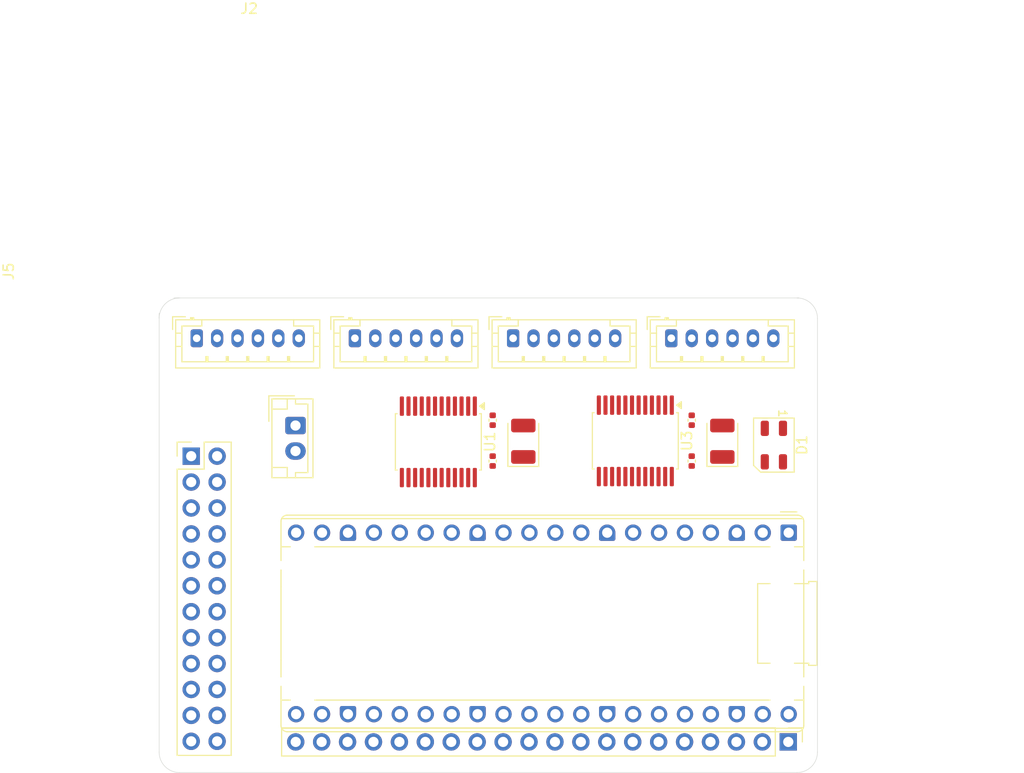
<source format=kicad_pcb>
(kicad_pcb (version 20241229) (generator "pcbnew") (generator_version "9.0")
  (layers (0 "F.Cu" signal) (4 "In1.Cu" signal) (6 "In2.Cu" signal) (2 "B.Cu" signal) (13 "F.Paste" user) (15 "B.Paste" user) (5 "F.SilkS" user "F.Silkscreen") (7 "B.SilkS" user "B.Silkscreen") (1 "F.Mask" user) (3 "B.Mask" user) (25 "Edge.Cuts" user))
  (net 0 "")
  (net 2 "GND")
  (net 9 "VCC")
  (net 35 "VM")
  (net 36 "AIN1")
  (net 37 "A02")
  (net 38 "A01")
  (net 39 "AIN2")
  (net 40 "B02")
  (net 41 "BIN1")
  (net 42 "BIN2")
  (net 43 "B01")
  (net 44 "C02")
  (net 45 "CIN1")
  (net 46 "C01")
  (net 47 "CIN2")
  (net 48 "DIN2")
  (net 49 "DIN1")
  (net 50 "D02")
  (net 51 "D01")
  (net 52 "PWMB")
  (net 54 "PWMA")
  (net 55 "PWMC")
  (net 57 "PWMD")
  (net 58 "AENC1")
  (net 59 "AENC2")
  (net 60 "BENC1")
  (net 61 "BENC2")
  (net 62 "CENC1")
  (net 63 "CENC2")
  (net 64 "DENC2")
  (net 65 "DENC1")
  (footprint "Connector_JST:JST_EH_B2B-EH-A_1x02_P2.50mm_Vertical" (layer "F.Cu") (at 121.18 81 -90)
    (property "Reference" "J5" (at -15.1 28.105 90) (layer "F.SilkS"))
    (property "Value" "Conn_01x02_Socket" (hide yes))
    (fp_line (start -2.91 2.61) (end -0.41 2.61) (stroke (width 0.12)) (layer "F.SilkS"))
    (fp_line (start -2.61 2.31) (end 5.11 2.31) (stroke (width 0.12)) (layer "F.SilkS"))
    (fp_line (start 5.11 2.31) (end 5.11 -1.71) (stroke (width 0.12)) (layer "F.SilkS"))
    (fp_line (start -2.61 0.81) (end -1.61 0.81) (stroke (width 0.12)) (layer "F.SilkS"))
    (fp_line (start -1.61 0.81) (end -1.61 2.31) (stroke (width 0.12)) (layer "F.SilkS"))
    (fp_line (start 4.11 0.81) (end 4.11 2.31) (stroke (width 0.12)) (layer "F.SilkS"))
    (fp_line (start 5.11 0.81) (end 4.11 0.81) (stroke (width 0.12)) (layer "F.SilkS"))
    (fp_line (start -2.91 0.11) (end -2.91 2.61) (stroke (width 0.12)) (layer "F.SilkS"))
    (fp_line (start -2.61 0) (end -2.11 0) (stroke (width 0.12)) (layer "F.SilkS"))
    (fp_line (start -2.11 0) (end -2.11 -1.21) (stroke (width 0.12)) (layer "F.SilkS"))
    (fp_line (start 4.61 0) (end 5.11 0) (stroke (width 0.12)) (layer "F.SilkS"))
    (fp_line (start -2.11 -1.21) (end 4.61 -1.21) (stroke (width 0.12)) (layer "F.SilkS"))
    (fp_line (start 4.61 -1.21) (end 4.61 0) (stroke (width 0.12)) (layer "F.SilkS"))
    (fp_line (start -2.61 -1.71) (end -2.61 2.31) (stroke (width 0.12)) (layer "F.SilkS"))
    (fp_line (start 5.11 -1.71) (end -2.61 -1.71) (stroke (width 0.12)) (layer "F.SilkS"))
    (pad "1" thru_hole roundrect (at 0 0 270) (size 1.7 2) (drill 1) (layers "*.Cu" "*.Mask") (roundrect_rratio 0.147059) (net 35 "VM"))
    (pad "2" thru_hole oval (at 2.5 0 270) (size 1.7 2) (drill 1) (layers "*.Cu" "*.Mask") (net 2 "GND"))
  )
  (footprint "Connector_JST:JST_PH_B6B-PH-K_1x06_P2.00mm_Vertical" (layer "F.Cu") (at 127 72.45)
    (property "Reference" "J2" (at -10.355 -32.295 0) (layer "F.SilkS"))
    (property "Value" "PH 2.0 6P MotorB" (hide yes))
    (fp_line (start -2.36 -2.11) (end -2.36 -0.86) (stroke (width 0.12)) (layer "F.SilkS"))
    (fp_line (start -2.06 -1.81) (end -2.06 2.91) (stroke (width 0.12)) (layer "F.SilkS"))
    (fp_line (start -2.06 -0.5) (end -1.45 -0.5) (stroke (width 0.12)) (layer "F.SilkS"))
    (fp_line (start -2.06 0.8) (end -1.45 0.8) (stroke (width 0.12)) (layer "F.SilkS"))
    (fp_line (start -2.06 2.91) (end 12.06 2.91) (stroke (width 0.12)) (layer "F.SilkS"))
    (fp_line (start -1.45 -1.2) (end -1.45 2.3) (stroke (width 0.12)) (layer "F.SilkS"))
    (fp_line (start -1.45 2.3) (end 11.45 2.3) (stroke (width 0.12)) (layer "F.SilkS"))
    (fp_line (start -1.11 -2.11) (end -2.36 -2.11) (stroke (width 0.12)) (layer "F.SilkS"))
    (fp_line (start -0.6 -2.01) (end -0.6 -1.81) (stroke (width 0.12)) (layer "F.SilkS"))
    (fp_line (start -0.3 -2.01) (end -0.6 -2.01) (stroke (width 0.12)) (layer "F.SilkS"))
    (fp_line (start -0.3 -1.91) (end -0.6 -1.91) (stroke (width 0.12)) (layer "F.SilkS"))
    (fp_line (start -0.3 -1.81) (end -0.3 -2.01) (stroke (width 0.12)) (layer "F.SilkS"))
    (fp_line (start 0.5 -1.81) (end 0.5 -1.2) (stroke (width 0.12)) (layer "F.SilkS"))
    (fp_line (start 0.5 -1.2) (end -1.45 -1.2) (stroke (width 0.12)) (layer "F.SilkS"))
    (fp_line (start 0.9 1.8) (end 1.1 1.8) (stroke (width 0.12)) (layer "F.SilkS"))
    (fp_line (start 0.9 2.3) (end 0.9 1.8) (stroke (width 0.12)) (layer "F.SilkS"))
    (fp_line (start 1 2.3) (end 1 1.8) (stroke (width 0.12)) (layer "F.SilkS"))
    (fp_line (start 1.1 1.8) (end 1.1 2.3) (stroke (width 0.12)) (layer "F.SilkS"))
    (fp_line (start 2.9 1.8) (end 3.1 1.8) (stroke (width 0.12)) (layer "F.SilkS"))
    (fp_line (start 2.9 2.3) (end 2.9 1.8) (stroke (width 0.12)) (layer "F.SilkS"))
    (fp_line (start 3 2.3) (end 3 1.8) (stroke (width 0.12)) (layer "F.SilkS"))
    (fp_line (start 3.1 1.8) (end 3.1 2.3) (stroke (width 0.12)) (layer "F.SilkS"))
    (fp_line (start 4.9 1.8) (end 5.1 1.8) (stroke (width 0.12)) (layer "F.SilkS"))
    (fp_line (start 4.9 2.3) (end 4.9 1.8) (stroke (width 0.12)) (layer "F.SilkS"))
    (fp_line (start 5 2.3) (end 5 1.8) (stroke (width 0.12)) (layer "F.SilkS"))
    (fp_line (start 5.1 1.8) (end 5.1 2.3) (stroke (width 0.12)) (layer "F.SilkS"))
    (fp_line (start 6.9 1.8) (end 7.1 1.8) (stroke (width 0.12)) (layer "F.SilkS"))
    (fp_line (start 6.9 2.3) (end 6.9 1.8) (stroke (width 0.12)) (layer "F.SilkS"))
    (fp_line (start 7 2.3) (end 7 1.8) (stroke (width 0.12)) (layer "F.SilkS"))
    (fp_line (start 7.1 1.8) (end 7.1 2.3) (stroke (width 0.12)) (layer "F.SilkS"))
    (fp_line (start 8.9 1.8) (end 9.1 1.8) (stroke (width 0.12)) (layer "F.SilkS"))
    (fp_line (start 8.9 2.3) (end 8.9 1.8) (stroke (width 0.12)) (layer "F.SilkS"))
    (fp_line (start 9 2.3) (end 9 1.8) (stroke (width 0.12)) (layer "F.SilkS"))
    (fp_line (start 9.1 1.8) (end 9.1 2.3) (stroke (width 0.12)) (layer "F.SilkS"))
    (fp_line (start 9.5 -1.2) (end 9.5 -1.81) (stroke (width 0.12)) (layer "F.SilkS"))
    (fp_line (start 11.45 -1.2) (end 9.5 -1.2) (stroke (width 0.12)) (layer "F.SilkS"))
    (fp_line (start 11.45 2.3) (end 11.45 -1.2) (stroke (width 0.12)) (layer "F.SilkS"))
    (fp_line (start 12.06 -1.81) (end -2.06 -1.81) (stroke (width 0.12)) (layer "F.SilkS"))
    (fp_line (start 12.06 -0.5) (end 11.45 -0.5) (stroke (width 0.12)) (layer "F.SilkS"))
    (fp_line (start 12.06 0.8) (end 11.45 0.8) (stroke (width 0.12)) (layer "F.SilkS"))
    (fp_line (start 12.06 2.91) (end 12.06 -1.81) (stroke (width 0.12)) (layer "F.SilkS"))
    (pad "1" thru_hole roundrect (at 0 0) (size 1.2 1.75) (drill 0.75) (layers "*.Cu" "*.Mask") (roundrect_rratio 0.208333) (net 43 "B01"))
    (pad "2" thru_hole oval (at 2 0) (size 1.2 1.75) (drill 0.75) (layers "*.Cu" "*.Mask") (net 2 "GND"))
    (pad "3" thru_hole oval (at 4 0) (size 1.2 1.75) (drill 0.75) (layers "*.Cu" "*.Mask") (net 9 "VCC"))
    (pad "4" thru_hole oval (at 6 0) (size 1.2 1.75) (drill 0.75) (layers "*.Cu" "*.Mask") (net 60 "BENC1"))
    (pad "5" thru_hole oval (at 8 0) (size 1.2 1.75) (drill 0.75) (layers "*.Cu" "*.Mask") (net 61 "BENC2"))
    (pad "6" thru_hole oval (at 10 0) (size 1.2 1.75) (drill 0.75) (layers "*.Cu" "*.Mask") (net 40 "B02"))
  )
  (footprint "Package_SO:SSOP-24_5.3x8.2mm_P0.65mm" (layer "F.Cu") (at 154.475 82.5 -90)
    (property "Reference" "U3" (at 0 -5.05 270) (layer "F.SilkS"))
    (property "Value" "TB6612FNG")
    (fp_line (start -2.76 4.21) (end -2.76 4.035) (stroke (width 0.12)) (layer "F.SilkS"))
    (fp_line (start 2.76 4.21) (end -2.76 4.21) (stroke (width 0.12)) (layer "F.SilkS"))
    (fp_line (start 2.76 4.035) (end 2.76 4.21) (stroke (width 0.12)) (layer "F.SilkS"))
    (fp_line (start -2.76 -4.035) (end -2.76 -4.21) (stroke (width 0.12)) (layer "F.SilkS"))
    (fp_line (start -2.76 -4.21) (end 2.76 -4.21) (stroke (width 0.12)) (layer "F.SilkS"))
    (fp_line (start 2.76 -4.21) (end 2.76 -4.035) (stroke (width 0.12)) (layer "F.SilkS"))
    (fp_poly (pts (xy -3.5 -4.04) (xy -3.84 -4.51) (xy -3.16 -4.51)) (stroke (width 0.12)) (fill yes) (layer "F.SilkS"))
    (pad "1" smd roundrect (at -3.5 -3.575 270) (size 1.9 0.4) (layers "F.Cu" "F.Mask" "F.Paste") (net 46 "C01"))
    (pad "2" smd roundrect (at -3.5 -2.925 270) (size 1.9 0.4) (layers "F.Cu" "F.Mask" "F.Paste") (net 46 "C01"))
    (pad "3" smd roundrect (at -3.5 -2.275 270) (size 1.9 0.4) (layers "F.Cu" "F.Mask" "F.Paste") (net 2 "GND"))
    (pad "4" smd roundrect (at -3.5 -1.625 270) (size 1.9 0.4) (layers "F.Cu" "F.Mask" "F.Paste") (net 2 "GND"))
    (pad "5" smd roundrect (at -3.5 -0.975 270) (size 1.9 0.4) (layers "F.Cu" "F.Mask" "F.Paste") (net 44 "C02"))
    (pad "6" smd roundrect (at -3.5 -0.325 270) (size 1.9 0.4) (layers "F.Cu" "F.Mask" "F.Paste") (net 44 "C02"))
    (pad "7" smd roundrect (at -3.5 0.325 270) (size 1.9 0.4) (layers "F.Cu" "F.Mask" "F.Paste") (net 51 "D01"))
    (pad "8" smd roundrect (at -3.5 0.975 270) (size 1.9 0.4) (layers "F.Cu" "F.Mask" "F.Paste") (net 51 "D01"))
    (pad "9" smd roundrect (at -3.5 1.625 270) (size 1.9 0.4) (layers "F.Cu" "F.Mask" "F.Paste") (net 2 "GND"))
    (pad "10" smd roundrect (at -3.5 2.275 270) (size 1.9 0.4) (layers "F.Cu" "F.Mask" "F.Paste") (net 2 "GND"))
    (pad "11" smd roundrect (at -3.5 2.925 270) (size 1.9 0.4) (layers "F.Cu" "F.Mask" "F.Paste") (net 50 "D02"))
    (pad "12" smd roundrect (at -3.5 3.575 270) (size 1.9 0.4) (layers "F.Cu" "F.Mask" "F.Paste") (net 50 "D02"))
    (pad "13" smd roundrect (at 3.5 3.575 270) (size 1.9 0.4) (layers "F.Cu" "F.Mask" "F.Paste") (net 35 "VM"))
    (pad "14" smd roundrect (at 3.5 2.925 270) (size 1.9 0.4) (layers "F.Cu" "F.Mask" "F.Paste") (net 35 "VM"))
    (pad "15" smd roundrect (at 3.5 2.275 270) (size 1.9 0.4) (layers "F.Cu" "F.Mask" "F.Paste") (net 57 "PWMD"))
    (pad "16" smd roundrect (at 3.5 1.625 270) (size 1.9 0.4) (layers "F.Cu" "F.Mask" "F.Paste") (net 48 "DIN2"))
    (pad "17" smd roundrect (at 3.5 0.975 270) (size 1.9 0.4) (layers "F.Cu" "F.Mask" "F.Paste") (net 49 "DIN1"))
    (pad "18" smd roundrect (at 3.5 0.325 270) (size 1.9 0.4) (layers "F.Cu" "F.Mask" "F.Paste") (net 2 "GND"))
    (pad "19" smd roundrect (at 3.5 -0.325 270) (size 1.9 0.4) (layers "F.Cu" "F.Mask" "F.Paste"))
    (pad "20" smd roundrect (at 3.5 -0.975 270) (size 1.9 0.4) (layers "F.Cu" "F.Mask" "F.Paste") (net 9 "VCC"))
    (pad "21" smd roundrect (at 3.5 -1.625 270) (size 1.9 0.4) (layers "F.Cu" "F.Mask" "F.Paste") (net 45 "CIN1"))
    (pad "22" smd roundrect (at 3.5 -2.275 270) (size 1.9 0.4) (layers "F.Cu" "F.Mask" "F.Paste") (net 47 "CIN2"))
    (pad "23" smd roundrect (at 3.5 -2.925 270) (size 1.9 0.4) (layers "F.Cu" "F.Mask" "F.Paste") (net 55 "PWMC"))
    (pad "24" smd roundrect (at 3.5 -3.575 270) (size 1.9 0.4) (layers "F.Cu" "F.Mask" "F.Paste") (net 35 "VM"))
  )
  (footprint "Capacitor_SMD:C_0402_1005Metric" (layer "F.Cu") (at 140.5 84.48 90)
    (property "Reference" "C4" (hide yes))
    (property "Value" "0.1uF" (hide yes))
    (fp_line (start -0.107836 -0.36) (end 0.107836 -0.36) (stroke (width 0.12)) (layer "F.SilkS"))
    (fp_line (start -0.107836 0.36) (end 0.107836 0.36) (stroke (width 0.12)) (layer "F.SilkS"))
    (pad "1" smd roundrect (at -0.48 0 90) (size 0.56 0.62) (layers "F.Cu" "F.Mask" "F.Paste") (net 35 "VM"))
    (pad "2" smd roundrect (at 0.48 0 90) (size 0.56 0.62) (layers "F.Cu" "F.Mask" "F.Paste") (net 2 "GND"))
  )
  (footprint "Connector_PinHeader_2.54mm:PinHeader_2x12_P2.54mm_Vertical" (layer "F.Cu") (at 110.96 84)
    (property "Reference" "J6" (hide yes))
    (property "Value" "Conn_02x12_Top_Bottom" (hide yes))
    (fp_line (start -1.38 -1.38) (end 0 -1.38) (stroke (width 0.12)) (layer "F.SilkS"))
    (fp_line (start -1.38 0) (end -1.38 -1.38) (stroke (width 0.12)) (layer "F.SilkS"))
    (fp_line (start -1.38 1.27) (end -1.38 29.32) (stroke (width 0.12)) (layer "F.SilkS"))
    (fp_line (start -1.38 1.27) (end 1.27 1.27) (stroke (width 0.12)) (layer "F.SilkS"))
    (fp_line (start -1.38 29.32) (end 3.92 29.32) (stroke (width 0.12)) (layer "F.SilkS"))
    (fp_line (start 1.27 -1.38) (end 3.92 -1.38) (stroke (width 0.12)) (layer "F.SilkS"))
    (fp_line (start 1.27 1.27) (end 1.27 -1.38) (stroke (width 0.12)) (layer "F.SilkS"))
    (fp_line (start 3.92 -1.38) (end 3.92 29.32) (stroke (width 0.12)) (layer "F.SilkS"))
    (pad "1" thru_hole rect (at 0 0) (size 1.7 1.7) (drill 1) (layers "*.Cu" "*.Mask"))
    (pad "2" thru_hole circle (at 2.54 0) (size 1.7 1.7) (drill 1) (layers "*.Cu" "*.Mask"))
    (pad "3" thru_hole circle (at 0 2.54) (size 1.7 1.7) (drill 1) (layers "*.Cu" "*.Mask"))
    (pad "4" thru_hole circle (at 2.54 2.54) (size 1.7 1.7) (drill 1) (layers "*.Cu" "*.Mask"))
    (pad "5" thru_hole circle (at 0 5.08) (size 1.7 1.7) (drill 1) (layers "*.Cu" "*.Mask"))
    (pad "6" thru_hole circle (at 2.54 5.08) (size 1.7 1.7) (drill 1) (layers "*.Cu" "*.Mask"))
    (pad "7" thru_hole circle (at 0 7.62) (size 1.7 1.7) (drill 1) (layers "*.Cu" "*.Mask"))
    (pad "8" thru_hole circle (at 2.54 7.62) (size 1.7 1.7) (drill 1) (layers "*.Cu" "*.Mask"))
    (pad "9" thru_hole circle (at 0 10.16) (size 1.7 1.7) (drill 1) (layers "*.Cu" "*.Mask"))
    (pad "10" thru_hole circle (at 2.54 10.16) (size 1.7 1.7) (drill 1) (layers "*.Cu" "*.Mask"))
    (pad "11" thru_hole circle (at 0 12.7) (size 1.7 1.7) (drill 1) (layers "*.Cu" "*.Mask"))
    (pad "12" thru_hole circle (at 2.54 12.7) (size 1.7 1.7) (drill 1) (layers "*.Cu" "*.Mask"))
    (pad "13" thru_hole circle (at 0 15.24) (size 1.7 1.7) (drill 1) (layers "*.Cu" "*.Mask"))
    (pad "14" thru_hole circle (at 2.54 15.24) (size 1.7 1.7) (drill 1) (layers "*.Cu" "*.Mask"))
    (pad "15" thru_hole circle (at 0 17.78) (size 1.7 1.7) (drill 1) (layers "*.Cu" "*.Mask"))
    (pad "16" thru_hole circle (at 2.54 17.78) (size 1.7 1.7) (drill 1) (layers "*.Cu" "*.Mask"))
    (pad "17" thru_hole circle (at 0 20.32) (size 1.7 1.7) (drill 1) (layers "*.Cu" "*.Mask"))
    (pad "18" thru_hole circle (at 2.54 20.32) (size 1.7 1.7) (drill 1) (layers "*.Cu" "*.Mask"))
    (pad "19" thru_hole circle (at 0 22.86) (size 1.7 1.7) (drill 1) (layers "*.Cu" "*.Mask"))
    (pad "20" thru_hole circle (at 2.54 22.86) (size 1.7 1.7) (drill 1) (layers "*.Cu" "*.Mask"))
    (pad "21" thru_hole circle (at 0 25.4) (size 1.7 1.7) (drill 1) (layers "*.Cu" "*.Mask"))
    (pad "22" thru_hole circle (at 2.54 25.4) (size 1.7 1.7) (drill 1) (layers "*.Cu" "*.Mask"))
    (pad "23" thru_hole circle (at 0 27.94) (size 1.7 1.7) (drill 1) (layers "*.Cu" "*.Mask"))
    (pad "24" thru_hole circle (at 2.54 27.94) (size 1.7 1.7) (drill 1) (layers "*.Cu" "*.Mask"))
  )
  (footprint "Capacitor_Tantalum_SMD:CP_EIA-3528-12_Kemet-T" (layer "F.Cu") (at 143.5 82.54 90)
    (property "Reference" "C3" (hide yes))
    (property "Value" "10uF" (hide yes))
    (fp_line (start 1.75 -1.51) (end -2.47 -1.51) (stroke (width 0.12)) (layer "F.SilkS"))
    (fp_line (start -2.47 -1.51) (end -2.47 1.51) (stroke (width 0.12)) (layer "F.SilkS"))
    (fp_line (start -2.47 1.51) (end 1.75 1.51) (stroke (width 0.12)) (layer "F.SilkS"))
    (pad "1" smd roundrect (at -1.54 0 90) (size 1.34 2.39) (layers "F.Cu" "F.Mask" "F.Paste") (roundrect_rratio 0.186567))
    (pad "2" smd roundrect (at 1.54 0 90) (size 1.34 2.39) (layers "F.Cu" "F.Mask" "F.Paste") (roundrect_rratio 0.186567))
  )
  (footprint "LED_SMD:LED_WS2812B-Mini_PLCC4_3.5x3.5mm" (layer "F.Cu") (at 168.05 82.915 -90)
    (property "Reference" "D1" (at 0 -2.75 270) (layer "F.SilkS"))
    (property "Value" "WS2812B" (hide yes))
    (fp_line (start -2.65 1.99) (end 1.99 1.99) (stroke (width 0.12)) (layer "F.SilkS"))
    (fp_line (start 2.65 1.3) (end 1.99 1.99) (stroke (width 0.12)) (layer "F.SilkS"))
    (fp_line (start 2.65 1.3) (end 2.65 -1.99) (stroke (width 0.12)) (layer "F.SilkS"))
    (fp_line (start -2.65 -1.99) (end -2.65 1.99) (stroke (width 0.12)) (layer "F.SilkS"))
    (fp_line (start -2.65 -1.99) (end 2.65 -1.99) (stroke (width 0.12)) (layer "F.SilkS"))
    (fp_text user "1" (at -3.1 -0.85 270) (layer "F.SilkS") (effects (font (size 0.8 0.8))))
    (pad "1" smd roundrect (at -1.64 -0.89 270) (size 1.5 0.8) (layers "F.Cu" "F.Mask" "F.Paste"))
    (pad "2" smd roundrect (at -1.64 0.89 270) (size 1.5 0.8) (layers "F.Cu" "F.Mask" "F.Paste"))
    (pad "3" smd roundrect (at 1.64 0.89 270) (size 1.5 0.8) (layers "F.Cu" "F.Mask" "F.Paste"))
    (pad "4" smd roundrect (at 1.64 -0.89 270) (size 1.5 0.8) (layers "F.Cu" "F.Mask" "F.Paste"))
  )
  (footprint "Connector_JST:JST_PH_B6B-PH-K_1x06_P2.00mm_Vertical" (layer "F.Cu") (at 111.5 72.45)
    (property "Reference" "J1" (hide yes))
    (property "Value" "PH 2.0 6P MotorA" (hide yes))
    (fp_line (start -2.36 -2.11) (end -2.36 -0.86) (stroke (width 0.12)) (layer "F.SilkS"))
    (fp_line (start -2.06 -1.81) (end -2.06 2.91) (stroke (width 0.12)) (layer "F.SilkS"))
    (fp_line (start -2.06 -0.5) (end -1.45 -0.5) (stroke (width 0.12)) (layer "F.SilkS"))
    (fp_line (start -2.06 0.8) (end -1.45 0.8) (stroke (width 0.12)) (layer "F.SilkS"))
    (fp_line (start -2.06 2.91) (end 12.06 2.91) (stroke (width 0.12)) (layer "F.SilkS"))
    (fp_line (start -1.45 -1.2) (end -1.45 2.3) (stroke (width 0.12)) (layer "F.SilkS"))
    (fp_line (start -1.45 2.3) (end 11.45 2.3) (stroke (width 0.12)) (layer "F.SilkS"))
    (fp_line (start -1.11 -2.11) (end -2.36 -2.11) (stroke (width 0.12)) (layer "F.SilkS"))
    (fp_line (start -0.6 -2.01) (end -0.6 -1.81) (stroke (width 0.12)) (layer "F.SilkS"))
    (fp_line (start -0.3 -2.01) (end -0.6 -2.01) (stroke (width 0.12)) (layer "F.SilkS"))
    (fp_line (start -0.3 -1.91) (end -0.6 -1.91) (stroke (width 0.12)) (layer "F.SilkS"))
    (fp_line (start -0.3 -1.81) (end -0.3 -2.01) (stroke (width 0.12)) (layer "F.SilkS"))
    (fp_line (start 0.5 -1.81) (end 0.5 -1.2) (stroke (width 0.12)) (layer "F.SilkS"))
    (fp_line (start 0.5 -1.2) (end -1.45 -1.2) (stroke (width 0.12)) (layer "F.SilkS"))
    (fp_line (start 0.9 1.8) (end 1.1 1.8) (stroke (width 0.12)) (layer "F.SilkS"))
    (fp_line (start 0.9 2.3) (end 0.9 1.8) (stroke (width 0.12)) (layer "F.SilkS"))
    (fp_line (start 1 2.3) (end 1 1.8) (stroke (width 0.12)) (layer "F.SilkS"))
    (fp_line (start 1.1 1.8) (end 1.1 2.3) (stroke (width 0.12)) (layer "F.SilkS"))
    (fp_line (start 2.9 1.8) (end 3.1 1.8) (stroke (width 0.12)) (layer "F.SilkS"))
    (fp_line (start 2.9 2.3) (end 2.9 1.8) (stroke (width 0.12)) (layer "F.SilkS"))
    (fp_line (start 3 2.3) (end 3 1.8) (stroke (width 0.12)) (layer "F.SilkS"))
    (fp_line (start 3.1 1.8) (end 3.1 2.3) (stroke (width 0.12)) (layer "F.SilkS"))
    (fp_line (start 4.9 1.8) (end 5.1 1.8) (stroke (width 0.12)) (layer "F.SilkS"))
    (fp_line (start 4.9 2.3) (end 4.9 1.8) (stroke (width 0.12)) (layer "F.SilkS"))
    (fp_line (start 5 2.3) (end 5 1.8) (stroke (width 0.12)) (layer "F.SilkS"))
    (fp_line (start 5.1 1.8) (end 5.1 2.3) (stroke (width 0.12)) (layer "F.SilkS"))
    (fp_line (start 6.9 1.8) (end 7.1 1.8) (stroke (width 0.12)) (layer "F.SilkS"))
    (fp_line (start 6.9 2.3) (end 6.9 1.8) (stroke (width 0.12)) (layer "F.SilkS"))
    (fp_line (start 7 2.3) (end 7 1.8) (stroke (width 0.12)) (layer "F.SilkS"))
    (fp_line (start 7.1 1.8) (end 7.1 2.3) (stroke (width 0.12)) (layer "F.SilkS"))
    (fp_line (start 8.9 1.8) (end 9.1 1.8) (stroke (width 0.12)) (layer "F.SilkS"))
    (fp_line (start 8.9 2.3) (end 8.9 1.8) (stroke (width 0.12)) (layer "F.SilkS"))
    (fp_line (start 9 2.3) (end 9 1.8) (stroke (width 0.12)) (layer "F.SilkS"))
    (fp_line (start 9.1 1.8) (end 9.1 2.3) (stroke (width 0.12)) (layer "F.SilkS"))
    (fp_line (start 9.5 -1.2) (end 9.5 -1.81) (stroke (width 0.12)) (layer "F.SilkS"))
    (fp_line (start 11.45 -1.2) (end 9.5 -1.2) (stroke (width 0.12)) (layer "F.SilkS"))
    (fp_line (start 11.45 2.3) (end 11.45 -1.2) (stroke (width 0.12)) (layer "F.SilkS"))
    (fp_line (start 12.06 -1.81) (end -2.06 -1.81) (stroke (width 0.12)) (layer "F.SilkS"))
    (fp_line (start 12.06 -0.5) (end 11.45 -0.5) (stroke (width 0.12)) (layer "F.SilkS"))
    (fp_line (start 12.06 0.8) (end 11.45 0.8) (stroke (width 0.12)) (layer "F.SilkS"))
    (fp_line (start 12.06 2.91) (end 12.06 -1.81) (stroke (width 0.12)) (layer "F.SilkS"))
    (pad "1" thru_hole roundrect (at 0 0) (size 1.2 1.75) (drill 0.75) (layers "*.Cu" "*.Mask") (roundrect_rratio 0.208333) (net 38 "A01"))
    (pad "2" thru_hole oval (at 2 0) (size 1.2 1.75) (drill 0.75) (layers "*.Cu" "*.Mask") (net 2 "GND"))
    (pad "3" thru_hole oval (at 4 0) (size 1.2 1.75) (drill 0.75) (layers "*.Cu" "*.Mask") (net 9 "VCC"))
    (pad "4" thru_hole oval (at 6 0) (size 1.2 1.75) (drill 0.75) (layers "*.Cu" "*.Mask") (net 58 "AENC1"))
    (pad "5" thru_hole oval (at 8 0) (size 1.2 1.75) (drill 0.75) (layers "*.Cu" "*.Mask") (net 59 "AENC2"))
    (pad "6" thru_hole oval (at 10 0) (size 1.2 1.75) (drill 0.75) (layers "*.Cu" "*.Mask") (net 37 "A02"))
  )
  (footprint "Connector_JST:JST_PH_B6B-PH-K_1x06_P2.00mm_Vertical" (layer "F.Cu") (at 158 72.45)
    (property "Reference" "J4" (hide yes))
    (property "Value" "PH 2.0 6P MotorD" (hide yes))
    (fp_line (start -2.36 -2.11) (end -2.36 -0.86) (stroke (width 0.12)) (layer "F.SilkS"))
    (fp_line (start -2.06 -1.81) (end -2.06 2.91) (stroke (width 0.12)) (layer "F.SilkS"))
    (fp_line (start -2.06 -0.5) (end -1.45 -0.5) (stroke (width 0.12)) (layer "F.SilkS"))
    (fp_line (start -2.06 0.8) (end -1.45 0.8) (stroke (width 0.12)) (layer "F.SilkS"))
    (fp_line (start -2.06 2.91) (end 12.06 2.91) (stroke (width 0.12)) (layer "F.SilkS"))
    (fp_line (start -1.45 -1.2) (end -1.45 2.3) (stroke (width 0.12)) (layer "F.SilkS"))
    (fp_line (start -1.45 2.3) (end 11.45 2.3) (stroke (width 0.12)) (layer "F.SilkS"))
    (fp_line (start -1.11 -2.11) (end -2.36 -2.11) (stroke (width 0.12)) (layer "F.SilkS"))
    (fp_line (start -0.6 -2.01) (end -0.6 -1.81) (stroke (width 0.12)) (layer "F.SilkS"))
    (fp_line (start -0.3 -2.01) (end -0.6 -2.01) (stroke (width 0.12)) (layer "F.SilkS"))
    (fp_line (start -0.3 -1.91) (end -0.6 -1.91) (stroke (width 0.12)) (layer "F.SilkS"))
    (fp_line (start -0.3 -1.81) (end -0.3 -2.01) (stroke (width 0.12)) (layer "F.SilkS"))
    (fp_line (start 0.5 -1.81) (end 0.5 -1.2) (stroke (width 0.12)) (layer "F.SilkS"))
    (fp_line (start 0.5 -1.2) (end -1.45 -1.2) (stroke (width 0.12)) (layer "F.SilkS"))
    (fp_line (start 0.9 1.8) (end 1.1 1.8) (stroke (width 0.12)) (layer "F.SilkS"))
    (fp_line (start 0.9 2.3) (end 0.9 1.8) (stroke (width 0.12)) (layer "F.SilkS"))
    (fp_line (start 1 2.3) (end 1 1.8) (stroke (width 0.12)) (layer "F.SilkS"))
    (fp_line (start 1.1 1.8) (end 1.1 2.3) (stroke (width 0.12)) (layer "F.SilkS"))
    (fp_line (start 2.9 1.8) (end 3.1 1.8) (stroke (width 0.12)) (layer "F.SilkS"))
    (fp_line (start 2.9 2.3) (end 2.9 1.8) (stroke (width 0.12)) (layer "F.SilkS"))
    (fp_line (start 3 2.3) (end 3 1.8) (stroke (width 0.12)) (layer "F.SilkS"))
    (fp_line (start 3.1 1.8) (end 3.1 2.3) (stroke (width 0.12)) (layer "F.SilkS"))
    (fp_line (start 4.9 1.8) (end 5.1 1.8) (stroke (width 0.12)) (layer "F.SilkS"))
    (fp_line (start 4.9 2.3) (end 4.9 1.8) (stroke (width 0.12)) (layer "F.SilkS"))
    (fp_line (start 5 2.3) (end 5 1.8) (stroke (width 0.12)) (layer "F.SilkS"))
    (fp_line (start 5.1 1.8) (end 5.1 2.3) (stroke (width 0.12)) (layer "F.SilkS"))
    (fp_line (start 6.9 1.8) (end 7.1 1.8) (stroke (width 0.12)) (layer "F.SilkS"))
    (fp_line (start 6.9 2.3) (end 6.9 1.8) (stroke (width 0.12)) (layer "F.SilkS"))
    (fp_line (start 7 2.3) (end 7 1.8) (stroke (width 0.12)) (layer "F.SilkS"))
    (fp_line (start 7.1 1.8) (end 7.1 2.3) (stroke (width 0.12)) (layer "F.SilkS"))
    (fp_line (start 8.9 1.8) (end 9.1 1.8) (stroke (width 0.12)) (layer "F.SilkS"))
    (fp_line (start 8.9 2.3) (end 8.9 1.8) (stroke (width 0.12)) (layer "F.SilkS"))
    (fp_line (start 9 2.3) (end 9 1.8) (stroke (width 0.12)) (layer "F.SilkS"))
    (fp_line (start 9.1 1.8) (end 9.1 2.3) (stroke (width 0.12)) (layer "F.SilkS"))
    (fp_line (start 9.5 -1.2) (end 9.5 -1.81) (stroke (width 0.12)) (layer "F.SilkS"))
    (fp_line (start 11.45 -1.2) (end 9.5 -1.2) (stroke (width 0.12)) (layer "F.SilkS"))
    (fp_line (start 11.45 2.3) (end 11.45 -1.2) (stroke (width 0.12)) (layer "F.SilkS"))
    (fp_line (start 12.06 -1.81) (end -2.06 -1.81) (stroke (width 0.12)) (layer "F.SilkS"))
    (fp_line (start 12.06 -0.5) (end 11.45 -0.5) (stroke (width 0.12)) (layer "F.SilkS"))
    (fp_line (start 12.06 0.8) (end 11.45 0.8) (stroke (width 0.12)) (layer "F.SilkS"))
    (fp_line (start 12.06 2.91) (end 12.06 -1.81) (stroke (width 0.12)) (layer "F.SilkS"))
    (pad "1" thru_hole roundrect (at 0 0) (size 1.2 1.75) (drill 0.75) (layers "*.Cu" "*.Mask") (roundrect_rratio 0.208333) (net 51 "D01"))
    (pad "2" thru_hole oval (at 2 0) (size 1.2 1.75) (drill 0.75) (layers "*.Cu" "*.Mask") (net 2 "GND"))
    (pad "3" thru_hole oval (at 4 0) (size 1.2 1.75) (drill 0.75) (layers "*.Cu" "*.Mask") (net 9 "VCC"))
    (pad "4" thru_hole oval (at 6 0) (size 1.2 1.75) (drill 0.75) (layers "*.Cu" "*.Mask") (net 65 "DENC1"))
    (pad "5" thru_hole oval (at 8 0) (size 1.2 1.75) (drill 0.75) (layers "*.Cu" "*.Mask") (net 64 "DENC2"))
    (pad "6" thru_hole oval (at 10 0) (size 1.2 1.75) (drill 0.75) (layers "*.Cu" "*.Mask") (net 50 "D02"))
  )
  (footprint "Connector_PinHeader_2.54mm:PinHeader_1x20_P2.54mm_Vertical" (layer "F.Cu") (at 169.46 112 -90)
    (property "Reference" "J7" (hide yes))
    (property "Value" "Conn_01x20_Socket" (hide yes))
    (fp_line (start -1.38 49.64) (end 1.38 49.64) (stroke (width 0.12)) (layer "F.SilkS"))
    (fp_line (start -1.38 1.27) (end -1.38 49.64) (stroke (width 0.12)) (layer "F.SilkS"))
    (fp_line (start -1.38 1.27) (end 1.38 1.27) (stroke (width 0.12)) (layer "F.SilkS"))
    (fp_line (start 1.38 1.27) (end 1.38 49.64) (stroke (width 0.12)) (layer "F.SilkS"))
    (fp_line (start -1.38 0) (end -1.38 -1.38) (stroke (width 0.12)) (layer "F.SilkS"))
    (fp_line (start -1.38 -1.38) (end 0 -1.38) (stroke (width 0.12)) (layer "F.SilkS"))
    (pad "1" thru_hole rect (at 0 0 270) (size 1.7 1.7) (drill 1) (layers "*.Cu" "*.Mask"))
    (pad "2" thru_hole circle (at 0 2.54 270) (size 1.7 1.7) (drill 1) (layers "*.Cu" "*.Mask"))
    (pad "3" thru_hole circle (at 0 5.08 270) (size 1.7 1.7) (drill 1) (layers "*.Cu" "*.Mask"))
    (pad "4" thru_hole circle (at 0 7.62 270) (size 1.7 1.7) (drill 1) (layers "*.Cu" "*.Mask"))
    (pad "5" thru_hole circle (at 0 10.16 270) (size 1.7 1.7) (drill 1) (layers "*.Cu" "*.Mask"))
    (pad "6" thru_hole circle (at 0 12.7 270) (size 1.7 1.7) (drill 1) (layers "*.Cu" "*.Mask"))
    (pad "7" thru_hole circle (at 0 15.24 270) (size 1.7 1.7) (drill 1) (layers "*.Cu" "*.Mask"))
    (pad "8" thru_hole circle (at 0 17.78 270) (size 1.7 1.7) (drill 1) (layers "*.Cu" "*.Mask"))
    (pad "9" thru_hole circle (at 0 20.32 270) (size 1.7 1.7) (drill 1) (layers "*.Cu" "*.Mask"))
    (pad "10" thru_hole circle (at 0 22.86 270) (size 1.7 1.7) (drill 1) (layers "*.Cu" "*.Mask"))
    (pad "11" thru_hole circle (at 0 25.4 270) (size 1.7 1.7) (drill 1) (layers "*.Cu" "*.Mask"))
    (pad "12" thru_hole circle (at 0 27.94 270) (size 1.7 1.7) (drill 1) (layers "*.Cu" "*.Mask"))
    (pad "13" thru_hole circle (at 0 30.48 270) (size 1.7 1.7) (drill 1) (layers "*.Cu" "*.Mask"))
    (pad "14" thru_hole circle (at 0 33.02 270) (size 1.7 1.7) (drill 1) (layers "*.Cu" "*.Mask"))
    (pad "15" thru_hole circle (at 0 35.56 270) (size 1.7 1.7) (drill 1) (layers "*.Cu" "*.Mask"))
    (pad "16" thru_hole circle (at 0 38.1 270) (size 1.7 1.7) (drill 1) (layers "*.Cu" "*.Mask"))
    (pad "17" thru_hole circle (at 0 40.64 270) (size 1.7 1.7) (drill 1) (layers "*.Cu" "*.Mask"))
    (pad "18" thru_hole circle (at 0 43.18 270) (size 1.7 1.7) (drill 1) (layers "*.Cu" "*.Mask"))
    (pad "19" thru_hole circle (at 0 45.72 270) (size 1.7 1.7) (drill 1) (layers "*.Cu" "*.Mask"))
    (pad "20" thru_hole circle (at 0 48.26 270) (size 1.7 1.7) (drill 1) (layers "*.Cu" "*.Mask"))
  )
  (footprint "Capacitor_Tantalum_SMD:CP_EIA-3528-12_Kemet-T" (layer "F.Cu") (at 163 82.54 90)
    (property "Reference" "C5" (hide yes))
    (property "Value" "10uF" (hide yes))
    (fp_line (start 1.75 -1.51) (end -2.47 -1.51) (stroke (width 0.12)) (layer "F.SilkS"))
    (fp_line (start -2.47 -1.51) (end -2.47 1.51) (stroke (width 0.12)) (layer "F.SilkS"))
    (fp_line (start -2.47 1.51) (end 1.75 1.51) (stroke (width 0.12)) (layer "F.SilkS"))
    (pad "1" smd roundrect (at -1.54 0 90) (size 1.34 2.39) (layers "F.Cu" "F.Mask" "F.Paste") (roundrect_rratio 0.186567))
    (pad "2" smd roundrect (at 1.54 0 90) (size 1.34 2.39) (layers "F.Cu" "F.Mask" "F.Paste") (roundrect_rratio 0.186567))
  )
  (footprint "Capacitor_SMD:C_0402_1005Metric" (layer "F.Cu") (at 160 80.48 90)
    (property "Reference" "C1" (hide yes))
    (property "Value" "0.1uF" (hide yes))
    (fp_line (start -0.107836 -0.36) (end 0.107836 -0.36) (stroke (width 0.12)) (layer "F.SilkS"))
    (fp_line (start -0.107836 0.36) (end 0.107836 0.36) (stroke (width 0.12)) (layer "F.SilkS"))
    (pad "1" smd roundrect (at -0.48 0 90) (size 0.56 0.62) (layers "F.Cu" "F.Mask" "F.Paste") (net 35 "VM"))
    (pad "2" smd roundrect (at 0.48 0 90) (size 0.56 0.62) (layers "F.Cu" "F.Mask" "F.Paste") (net 2 "GND"))
  )
  (footprint "Connector_JST:JST_PH_B6B-PH-K_1x06_P2.00mm_Vertical" (layer "F.Cu") (at 142.5 72.45)
    (property "Reference" "J3" (hide yes))
    (property "Value" "PH 2.0 6P MotorC" (hide yes))
    (fp_line (start -2.36 -2.11) (end -2.36 -0.86) (stroke (width 0.12)) (layer "F.SilkS"))
    (fp_line (start -2.06 -1.81) (end -2.06 2.91) (stroke (width 0.12)) (layer "F.SilkS"))
    (fp_line (start -2.06 -0.5) (end -1.45 -0.5) (stroke (width 0.12)) (layer "F.SilkS"))
    (fp_line (start -2.06 0.8) (end -1.45 0.8) (stroke (width 0.12)) (layer "F.SilkS"))
    (fp_line (start -2.06 2.91) (end 12.06 2.91) (stroke (width 0.12)) (layer "F.SilkS"))
    (fp_line (start -1.45 -1.2) (end -1.45 2.3) (stroke (width 0.12)) (layer "F.SilkS"))
    (fp_line (start -1.45 2.3) (end 11.45 2.3) (stroke (width 0.12)) (layer "F.SilkS"))
    (fp_line (start -1.11 -2.11) (end -2.36 -2.11) (stroke (width 0.12)) (layer "F.SilkS"))
    (fp_line (start -0.6 -2.01) (end -0.6 -1.81) (stroke (width 0.12)) (layer "F.SilkS"))
    (fp_line (start -0.3 -2.01) (end -0.6 -2.01) (stroke (width 0.12)) (layer "F.SilkS"))
    (fp_line (start -0.3 -1.91) (end -0.6 -1.91) (stroke (width 0.12)) (layer "F.SilkS"))
    (fp_line (start -0.3 -1.81) (end -0.3 -2.01) (stroke (width 0.12)) (layer "F.SilkS"))
    (fp_line (start 0.5 -1.81) (end 0.5 -1.2) (stroke (width 0.12)) (layer "F.SilkS"))
    (fp_line (start 0.5 -1.2) (end -1.45 -1.2) (stroke (width 0.12)) (layer "F.SilkS"))
    (fp_line (start 0.9 1.8) (end 1.1 1.8) (stroke (width 0.12)) (layer "F.SilkS"))
    (fp_line (start 0.9 2.3) (end 0.9 1.8) (stroke (width 0.12)) (layer "F.SilkS"))
    (fp_line (start 1 2.3) (end 1 1.8) (stroke (width 0.12)) (layer "F.SilkS"))
    (fp_line (start 1.1 1.8) (end 1.1 2.3) (stroke (width 0.12)) (layer "F.SilkS"))
    (fp_line (start 2.9 1.8) (end 3.1 1.8) (stroke (width 0.12)) (layer "F.SilkS"))
    (fp_line (start 2.9 2.3) (end 2.9 1.8) (stroke (width 0.12)) (layer "F.SilkS"))
    (fp_line (start 3 2.3) (end 3 1.8) (stroke (width 0.12)) (layer "F.SilkS"))
    (fp_line (start 3.1 1.8) (end 3.1 2.3) (stroke (width 0.12)) (layer "F.SilkS"))
    (fp_line (start 4.9 1.8) (end 5.1 1.8) (stroke (width 0.12)) (layer "F.SilkS"))
    (fp_line (start 4.9 2.3) (end 4.9 1.8) (stroke (width 0.12)) (layer "F.SilkS"))
    (fp_line (start 5 2.3) (end 5 1.8) (stroke (width 0.12)) (layer "F.SilkS"))
    (fp_line (start 5.1 1.8) (end 5.1 2.3) (stroke (width 0.12)) (layer "F.SilkS"))
    (fp_line (start 6.9 1.8) (end 7.1 1.8) (stroke (width 0.12)) (layer "F.SilkS"))
    (fp_line (start 6.9 2.3) (end 6.9 1.8) (stroke (width 0.12)) (layer "F.SilkS"))
    (fp_line (start 7 2.3) (end 7 1.8) (stroke (width 0.12)) (layer "F.SilkS"))
    (fp_line (start 7.1 1.8) (end 7.1 2.3) (stroke (width 0.12)) (layer "F.SilkS"))
    (fp_line (start 8.9 1.8) (end 9.1 1.8) (stroke (width 0.12)) (layer "F.SilkS"))
    (fp_line (start 8.9 2.3) (end 8.9 1.8) (stroke (width 0.12)) (layer "F.SilkS"))
    (fp_line (start 9 2.3) (end 9 1.8) (stroke (width 0.12)) (layer "F.SilkS"))
    (fp_line (start 9.1 1.8) (end 9.1 2.3) (stroke (width 0.12)) (layer "F.SilkS"))
    (fp_line (start 9.5 -1.2) (end 9.5 -1.81) (stroke (width 0.12)) (layer "F.SilkS"))
    (fp_line (start 11.45 -1.2) (end 9.5 -1.2) (stroke (width 0.12)) (layer "F.SilkS"))
    (fp_line (start 11.45 2.3) (end 11.45 -1.2) (stroke (width 0.12)) (layer "F.SilkS"))
    (fp_line (start 12.06 -1.81) (end -2.06 -1.81) (stroke (width 0.12)) (layer "F.SilkS"))
    (fp_line (start 12.06 -0.5) (end 11.45 -0.5) (stroke (width 0.12)) (layer "F.SilkS"))
    (fp_line (start 12.06 0.8) (end 11.45 0.8) (stroke (width 0.12)) (layer "F.SilkS"))
    (fp_line (start 12.06 2.91) (end 12.06 -1.81) (stroke (width 0.12)) (layer "F.SilkS"))
    (pad "1" thru_hole roundrect (at 0 0) (size 1.2 1.75) (drill 0.75) (layers "*.Cu" "*.Mask") (roundrect_rratio 0.208333) (net 46 "C01"))
    (pad "2" thru_hole oval (at 2 0) (size 1.2 1.75) (drill 0.75) (layers "*.Cu" "*.Mask") (net 2 "GND"))
    (pad "3" thru_hole oval (at 4 0) (size 1.2 1.75) (drill 0.75) (layers "*.Cu" "*.Mask") (net 9 "VCC"))
    (pad "4" thru_hole oval (at 6 0) (size 1.2 1.75) (drill 0.75) (layers "*.Cu" "*.Mask") (net 62 "CENC1"))
    (pad "5" thru_hole oval (at 8 0) (size 1.2 1.75) (drill 0.75) (layers "*.Cu" "*.Mask") (net 63 "CENC2"))
    (pad "6" thru_hole oval (at 10 0) (size 1.2 1.75) (drill 0.75) (layers "*.Cu" "*.Mask") (net 44 "C02"))
  )
  (footprint "Capacitor_SMD:C_0402_1005Metric" (layer "F.Cu") (at 140.5 80.48 90)
    (property "Reference" "C6" (hide yes))
    (property "Value" "0.1uF" (hide yes))
    (fp_line (start -0.107836 -0.36) (end 0.107836 -0.36) (stroke (width 0.12)) (layer "F.SilkS"))
    (fp_line (start -0.107836 0.36) (end 0.107836 0.36) (stroke (width 0.12)) (layer "F.SilkS"))
    (pad "1" smd roundrect (at -0.48 0 90) (size 0.56 0.62) (layers "F.Cu" "F.Mask" "F.Paste") (net 9 "VCC"))
    (pad "2" smd roundrect (at 0.48 0 90) (size 0.56 0.62) (layers "F.Cu" "F.Mask" "F.Paste") (net 2 "GND"))
  )
  (footprint "Capacitor_SMD:C_0402_1005Metric" (layer "F.Cu") (at 160 84.48 90)
    (property "Reference" "C2" (hide yes))
    (property "Value" "0.1uF" (hide yes))
    (fp_line (start -0.107836 -0.36) (end 0.107836 -0.36) (stroke (width 0.12)) (layer "F.SilkS"))
    (fp_line (start -0.107836 0.36) (end 0.107836 0.36) (stroke (width 0.12)) (layer "F.SilkS"))
    (pad "1" smd roundrect (at -0.48 0 90) (size 0.56 0.62) (layers "F.Cu" "F.Mask" "F.Paste") (net 9 "VCC"))
    (pad "2" smd roundrect (at 0.48 0 90) (size 0.56 0.62) (layers "F.Cu" "F.Mask" "F.Paste") (net 2 "GND"))
  )
  (footprint "Module:RaspberryPi_Pico_Common_THT" (layer "F.Cu") (at 169.5 91.5 -90)
    (property "Reference" "A1" (hide yes))
    (property "Value" "RaspberryPi_Pico")
    (fp_line (start -1.11 49.74) (end 2.727939 49.74) (stroke (width 0.12)) (layer "F.SilkS"))
    (fp_line (start 5.29 49.74) (end 3.652061 49.74) (stroke (width 0.12)) (layer "F.SilkS"))
    (fp_line (start 12.49 49.74) (end 5.29 49.74) (stroke (width 0.12)) (layer "F.SilkS"))
    (fp_line (start 14.127939 49.74) (end 12.49 49.74) (stroke (width 0.12)) (layer "F.SilkS"))
    (fp_line (start 15.052061 49.74) (end 18.89 49.74) (stroke (width 0.12)) (layer "F.SilkS"))
    (fp_line (start 19.16 49.677) (end 19.16 -1.417) (stroke (width 0.12)) (layer "F.SilkS"))
    (fp_line (start 1.38 48.82648) (end 1.38 49.74) (stroke (width 0.12)) (layer "F.SilkS"))
    (fp_line (start 16.4 48.82648) (end 16.4 49.74) (stroke (width 0.12)) (layer "F.SilkS"))
    (fp_line (start 12.79 3.04) (end 4.99 3.04) (stroke (width 0.12)) (layer "F.SilkS"))
    (fp_line (start 1.38 1.82648) (end 1.38 46.43352) (stroke (width 0.12)) (layer "F.SilkS"))
    (fp_line (start 16.4 1.82648) (end 16.4 46.43352) (stroke (width 0.12)) (layer "F.SilkS"))
    (fp_line (start 4.99 1.824) (end 4.99 3.04) (stroke (width 0.12)) (layer "F.SilkS"))
    (fp_line (start 12.79 1.824) (end 12.79 3.04) (stroke (width 0.12)) (layer "F.SilkS"))
    (fp_line (start -2.04 0.8) (end -2.04 -0.8) (stroke (width 0.12)) (layer "F.SilkS"))
    (fp_line (start -1.72 -0.87) (end -1.72 49.13) (stroke (width 0.12)) (layer "F.SilkS"))
    (fp_line (start 19.5 -0.87) (end 19.5 49.13) (stroke (width 0.12)) (layer "F.SilkS"))
    (fp_line (start -1.38 -1.417) (end -1.38 49.677) (stroke (width 0.12)) (layer "F.SilkS"))
    (fp_line (start -1.11 -1.48) (end 1.38 -1.48) (stroke (width 0.12)) (layer "F.SilkS"))
    (fp_line (start 1.38 -1.48) (end 1.38 -0.56648) (stroke (width 0.12)) (layer "F.SilkS"))
    (fp_line (start 1.38 -1.48) (end 2.72794 -1.48) (stroke (width 0.12)) (layer "F.SilkS"))
    (fp_line (start 3.652061 -1.48) (end 4.655 -1.48) (stroke (width 0.12)) (layer "F.SilkS"))
    (fp_line (start 4.655 -1.48) (end 13.125 -1.48) (stroke (width 0.12)) (layer "F.SilkS"))
    (fp_line (start 13.125 -1.48) (end 14.127939 -1.48) (stroke (width 0.12)) (layer "F.SilkS"))
    (fp_line (start 15.052061 -1.48) (end 16.4 -1.48) (stroke (width 0.12)) (layer "F.SilkS"))
    (fp_line (start 16.4 -1.48) (end 16.4 -0.56648) (stroke (width 0.12)) (layer "F.SilkS"))
    (fp_line (start 18.89 -1.48) (end 16.4 -1.48) (stroke (width 0.12)) (layer "F.SilkS"))
    (fp_line (start 4.78 -1.96) (end 4.99 -1.96) (stroke (width 0.12)) (layer "F.SilkS"))
    (fp_line (start 4.99 -1.96) (end 4.99 -0.564) (stroke (width 0.12)) (layer "F.SilkS"))
    (fp_line (start 12.79 -1.96) (end 12.79 -0.564) (stroke (width 0.12)) (layer "F.SilkS"))
    (fp_line (start 13 -1.96) (end 12.79 -1.96) (stroke (width 0.12)) (layer "F.SilkS"))
    (fp_line (start 4.78 -2.78) (end 4.78 -1.96) (stroke (width 0.12)) (layer "F.SilkS"))
    (fp_line (start 4.78 -2.78) (end 13 -2.78) (stroke (width 0.12)) (layer "F.SilkS"))
    (fp_line (start 13 -2.78) (end 13 -1.96) (stroke (width 0.12)) (layer "F.SilkS"))
    (fp_arc (start -1.11 49.74) (mid -1.541364 49.561364) (end -1.72 49.13) (stroke (width 0.12)) (layer "F.SilkS"))
    (fp_arc (start 19.5 49.13) (mid 19.321335 49.561335) (end 18.89 49.74) (stroke (width 0.12)) (layer "F.SilkS"))
    (fp_arc (start -1.72 -0.87) (mid -1.541335 -1.301335) (end -1.11 -1.48) (stroke (width 0.12)) (layer "F.SilkS"))
    (fp_arc (start 18.89 -1.48) (mid 19.321335 -1.301335) (end 19.5 -0.87) (stroke (width 0.12)) (layer "F.SilkS"))
    (pad "1" thru_hole roundrect (at 0 0 270) (size 1.6 1.6) (drill 1) (layers "*.Cu" "*.Mask") (roundrect_rratio 0.125))
    (pad "2" thru_hole circle (at 0 2.54 270) (size 1.6 1.6) (drill 1) (layers "*.Cu" "*.Mask"))
    (pad "3" thru_hole custom (at 0 5.08 270) (size 1.6 1.6) (drill 1) (layers "*.Cu" "*.Mask") (net 2 "GND") (options (clearance outline) (anchor circle)) (primitives (gr_poly (pts (xy 0.8 0.6) (xy 0.8 -0.6) (xy 0.6 -0.8) (xy 0 -0.8) (xy 0 0.8) (xy 0.6 0.8)) (width 0) (fill yes)) (gr_circle (center 0.6 0.6) (end 0.8 0.6) (width 0) (fill yes)) (gr_circle (center 0.6 -0.6) (end 0.8 -0.6) (width 0) (fill yes))))
    (pad "4" thru_hole circle (at 0 7.62 270) (size 1.6 1.6) (drill 1) (layers "*.Cu" "*.Mask"))
    (pad "5" thru_hole circle (at 0 10.16 270) (size 1.6 1.6) (drill 1) (layers "*.Cu" "*.Mask"))
    (pad "6" thru_hole circle (at 0 12.7 270) (size 1.6 1.6) (drill 1) (layers "*.Cu" "*.Mask"))
    (pad "7" thru_hole circle (at 0 15.24 270) (size 1.6 1.6) (drill 1) (layers "*.Cu" "*.Mask"))
    (pad "8" thru_hole custom (at 0 17.78 270) (size 1.6 1.6) (drill 1) (layers "*.Cu" "*.Mask") (net 2 "GND") (options (clearance outline) (anchor circle)) (primitives (gr_poly (pts (xy 0.8 0.6) (xy 0.8 -0.6) (xy 0.6 -0.8) (xy 0 -0.8) (xy 0 0.8) (xy 0.6 0.8)) (width 0) (fill yes)) (gr_circle (center 0.6 0.6) (end 0.8 0.6) (width 0) (fill yes)) (gr_circle (center 0.6 -0.6) (end 0.8 -0.6) (width 0) (fill yes))))
    (pad "9" thru_hole circle (at 0 20.32 270) (size 1.6 1.6) (drill 1) (layers "*.Cu" "*.Mask"))
    (pad "10" thru_hole circle (at 0 22.86 270) (size 1.6 1.6) (drill 1) (layers "*.Cu" "*.Mask"))
    (pad "11" thru_hole circle (at 0 25.4 270) (size 1.6 1.6) (drill 1) (layers "*.Cu" "*.Mask"))
    (pad "12" thru_hole circle (at 0 27.94 270) (size 1.6 1.6) (drill 1) (layers "*.Cu" "*.Mask"))
    (pad "13" thru_hole custom (at 0 30.48 270) (size 1.6 1.6) (drill 1) (layers "*.Cu" "*.Mask") (net 2 "GND") (options (clearance outline) (anchor circle)) (primitives (gr_poly (pts (xy 0.8 0.6) (xy 0.8 -0.6) (xy 0.6 -0.8) (xy 0 -0.8) (xy 0 0.8) (xy 0.6 0.8)) (width 0) (fill yes)) (gr_circle (center 0.6 0.6) (end 0.8 0.6) (width 0) (fill yes)) (gr_circle (center 0.6 -0.6) (end 0.8 -0.6) (width 0) (fill yes))))
    (pad "14" thru_hole circle (at 0 33.02 270) (size 1.6 1.6) (drill 1) (layers "*.Cu" "*.Mask"))
    (pad "15" thru_hole circle (at 0 35.56 270) (size 1.6 1.6) (drill 1) (layers "*.Cu" "*.Mask"))
    (pad "16" thru_hole circle (at 0 38.1 270) (size 1.6 1.6) (drill 1) (layers "*.Cu" "*.Mask"))
    (pad "17" thru_hole circle (at 0 40.64 270) (size 1.6 1.6) (drill 1) (layers "*.Cu" "*.Mask"))
    (pad "18" thru_hole custom (at 0 43.18 270) (size 1.6 1.6) (drill 1) (layers "*.Cu" "*.Mask") (net 2 "GND") (options (clearance outline) (anchor circle)) (primitives (gr_poly (pts (xy 0.8 0.6) (xy 0.8 -0.6) (xy 0.6 -0.8) (xy 0 -0.8) (xy 0 0.8) (xy 0.6 0.8)) (width 0) (fill yes)) (gr_circle (center 0.6 0.6) (end 0.8 0.6) (width 0) (fill yes)) (gr_circle (center 0.6 -0.6) (end 0.8 -0.6) (width 0) (fill yes))))
    (pad "19" thru_hole circle (at 0 45.72 270) (size 1.6 1.6) (drill 1) (layers "*.Cu" "*.Mask"))
    (pad "20" thru_hole circle (at 0 48.26 270) (size 1.6 1.6) (drill 1) (layers "*.Cu" "*.Mask"))
    (pad "21" thru_hole circle (at 17.78 48.26 270) (size 1.6 1.6) (drill 1) (layers "*.Cu" "*.Mask"))
    (pad "22" thru_hole circle (at 17.78 45.72 270) (size 1.6 1.6) (drill 1) (layers "*.Cu" "*.Mask"))
    (pad "23" thru_hole custom (at 17.78 43.18 270) (size 1.6 1.6) (drill 1) (layers "*.Cu" "*.Mask") (net 2 "GND") (options (clearance outline) (anchor circle)) (primitives (gr_poly (pts (xy -0.8 0.6) (xy -0.8 -0.6) (xy -0.6 -0.8) (xy 0 -0.8) (xy 0 0.8) (xy -0.6 0.8)) (width 0) (fill yes)) (gr_circle (center -0.6 0.6) (end -0.4 0.6) (width 0) (fill yes)) (gr_circle (center -0.6 -0.6) (end -0.4 -0.6) (width 0) (fill yes))))
    (pad "24" thru_hole circle (at 17.78 40.64 270) (size 1.6 1.6) (drill 1) (layers "*.Cu" "*.Mask"))
    (pad "25" thru_hole circle (at 17.78 38.1 270) (size 1.6 1.6) (drill 1) (layers "*.Cu" "*.Mask"))
    (pad "26" thru_hole circle (at 17.78 35.56 270) (size 1.6 1.6) (drill 1) (layers "*.Cu" "*.Mask"))
    (pad "27" thru_hole circle (at 17.78 33.02 270) (size 1.6 1.6) (drill 1) (layers "*.Cu" "*.Mask"))
    (pad "28" thru_hole custom (at 17.78 30.48 270) (size 1.6 1.6) (drill 1) (layers "*.Cu" "*.Mask") (net 2 "GND") (options (clearance outline) (anchor circle)) (primitives (gr_poly (pts (xy -0.8 0.6) (xy -0.8 -0.6) (xy -0.6 -0.8) (xy 0 -0.8) (xy 0 0.8) (xy -0.6 0.8)) (width 0) (fill yes)) (gr_circle (center -0.6 0.6) (end -0.4 0.6) (width 0) (fill yes)) (gr_circle (center -0.6 -0.6) (end -0.4 -0.6) (width 0) (fill yes))))
    (pad "29" thru_hole circle (at 17.78 27.94 270) (size 1.6 1.6) (drill 1) (layers "*.Cu" "*.Mask"))
    (pad "30" thru_hole circle (at 17.78 25.4 270) (size 1.6 1.6) (drill 1) (layers "*.Cu" "*.Mask"))
    (pad "31" thru_hole circle (at 17.78 22.86 270) (size 1.6 1.6) (drill 1) (layers "*.Cu" "*.Mask"))
    (pad "32" thru_hole circle (at 17.78 20.32 270) (size 1.6 1.6) (drill 1) (layers "*.Cu" "*.Mask"))
    (pad "33" thru_hole custom (at 17.78 17.78 270) (size 1.6 1.6) (drill 1) (layers "*.Cu" "*.Mask") (options (clearance outline) (anchor circle)) (primitives (gr_poly (pts (xy -0.8 0.6) (xy -0.8 -0.6) (xy -0.6 -0.8) (xy 0 -0.8) (xy 0 0.8) (xy -0.6 0.8)) (width 0) (fill yes)) (gr_circle (center -0.6 0.6) (end -0.4 0.6) (width 0) (fill yes)) (gr_circle (center -0.6 -0.6) (end -0.4 -0.6) (width 0) (fill yes))))
    (pad "34" thru_hole circle (at 17.78 15.24 270) (size 1.6 1.6) (drill 1) (layers "*.Cu" "*.Mask"))
    (pad "35" thru_hole circle (at 17.78 12.7 270) (size 1.6 1.6) (drill 1) (layers "*.Cu" "*.Mask"))
    (pad "36" thru_hole circle (at 17.78 10.16 270) (size 1.6 1.6) (drill 1) (layers "*.Cu" "*.Mask") (net 9 "VCC"))
    (pad "37" thru_hole circle (at 17.78 7.62 270) (size 1.6 1.6) (drill 1) (layers "*.Cu" "*.Mask"))
    (pad "38" thru_hole custom (at 17.78 5.08 270) (size 1.6 1.6) (drill 1) (layers "*.Cu" "*.Mask") (net 2 "GND") (options (clearance outline) (anchor circle)) (primitives (gr_poly (pts (xy -0.8 0.6) (xy -0.8 -0.6) (xy -0.6 -0.8) (xy 0 -0.8) (xy 0 0.8) (xy -0.6 0.8)) (width 0) (fill yes)) (gr_circle (center -0.6 0.6) (end -0.4 0.6) (width 0) (fill yes)) (gr_circle (center -0.6 -0.6) (end -0.4 -0.6) (width 0) (fill yes))))
    (pad "39" thru_hole circle (at 17.78 2.54 270) (size 1.6 1.6) (drill 1) (layers "*.Cu" "*.Mask"))
    (pad "40" thru_hole circle (at 17.78 0 270) (size 1.6 1.6) (drill 1) (layers "*.Cu" "*.Mask"))
  )
  (footprint "Package_SO:SSOP-24_5.3x8.2mm_P0.65mm" (layer "F.Cu") (at 135.175 82.6 -90)
    (property "Reference" "U1" (at 0 -5.05 270) (layer "F.SilkS"))
    (property "Value" "TB6612FNG")
    (fp_line (start -2.76 4.21) (end -2.76 4.035) (stroke (width 0.12)) (layer "F.SilkS"))
    (fp_line (start 2.76 4.21) (end -2.76 4.21) (stroke (width 0.12)) (layer "F.SilkS"))
    (fp_line (start 2.76 4.035) (end 2.76 4.21) (stroke (width 0.12)) (layer "F.SilkS"))
    (fp_line (start -2.76 -4.035) (end -2.76 -4.21) (stroke (width 0.12)) (layer "F.SilkS"))
    (fp_line (start -2.76 -4.21) (end 2.76 -4.21) (stroke (width 0.12)) (layer "F.SilkS"))
    (fp_line (start 2.76 -4.21) (end 2.76 -4.035) (stroke (width 0.12)) (layer "F.SilkS"))
    (fp_poly (pts (xy -3.5 -4.04) (xy -3.84 -4.51) (xy -3.16 -4.51)) (stroke (width 0.12)) (fill yes) (layer "F.SilkS"))
    (pad "1" smd roundrect (at -3.5 -3.575 270) (size 1.9 0.4) (layers "F.Cu" "F.Mask" "F.Paste") (net 38 "A01"))
    (pad "2" smd roundrect (at -3.5 -2.925 270) (size 1.9 0.4) (layers "F.Cu" "F.Mask" "F.Paste") (net 38 "A01"))
    (pad "3" smd roundrect (at -3.5 -2.275 270) (size 1.9 0.4) (layers "F.Cu" "F.Mask" "F.Paste") (net 2 "GND"))
    (pad "4" smd roundrect (at -3.5 -1.625 270) (size 1.9 0.4) (layers "F.Cu" "F.Mask" "F.Paste") (net 2 "GND"))
    (pad "5" smd roundrect (at -3.5 -0.975 270) (size 1.9 0.4) (layers "F.Cu" "F.Mask" "F.Paste") (net 37 "A02"))
    (pad "6" smd roundrect (at -3.5 -0.325 270) (size 1.9 0.4) (layers "F.Cu" "F.Mask" "F.Paste") (net 37 "A02"))
    (pad "7" smd roundrect (at -3.5 0.325 270) (size 1.9 0.4) (layers "F.Cu" "F.Mask" "F.Paste") (net 40 "B02"))
    (pad "8" smd roundrect (at -3.5 0.975 270) (size 1.9 0.4) (layers "F.Cu" "F.Mask" "F.Paste") (net 40 "B02"))
    (pad "9" smd roundrect (at -3.5 1.625 270) (size 1.9 0.4) (layers "F.Cu" "F.Mask" "F.Paste") (net 2 "GND"))
    (pad "10" smd roundrect (at -3.5 2.275 270) (size 1.9 0.4) (layers "F.Cu" "F.Mask" "F.Paste") (net 2 "GND"))
    (pad "11" smd roundrect (at -3.5 2.925 270) (size 1.9 0.4) (layers "F.Cu" "F.Mask" "F.Paste") (net 43 "B01"))
    (pad "12" smd roundrect (at -3.5 3.575 270) (size 1.9 0.4) (layers "F.Cu" "F.Mask" "F.Paste") (net 43 "B01"))
    (pad "13" smd roundrect (at 3.5 3.575 270) (size 1.9 0.4) (layers "F.Cu" "F.Mask" "F.Paste") (net 35 "VM"))
    (pad "14" smd roundrect (at 3.5 2.925 270) (size 1.9 0.4) (layers "F.Cu" "F.Mask" "F.Paste") (net 35 "VM"))
    (pad "15" smd roundrect (at 3.5 2.275 270) (size 1.9 0.4) (layers "F.Cu" "F.Mask" "F.Paste") (net 52 "PWMB"))
    (pad "16" smd roundrect (at 3.5 1.625 270) (size 1.9 0.4) (layers "F.Cu" "F.Mask" "F.Paste") (net 42 "BIN2"))
    (pad "17" smd roundrect (at 3.5 0.975 270) (size 1.9 0.4) (layers "F.Cu" "F.Mask" "F.Paste") (net 41 "BIN1"))
    (pad "18" smd roundrect (at 3.5 0.325 270) (size 1.9 0.4) (layers "F.Cu" "F.Mask" "F.Paste") (net 2 "GND"))
    (pad "19" smd roundrect (at 3.5 -0.325 270) (size 1.9 0.4) (layers "F.Cu" "F.Mask" "F.Paste"))
    (pad "20" smd roundrect (at 3.5 -0.975 270) (size 1.9 0.4) (layers "F.Cu" "F.Mask" "F.Paste") (net 9 "VCC"))
    (pad "21" smd roundrect (at 3.5 -1.625 270) (size 1.9 0.4) (layers "F.Cu" "F.Mask" "F.Paste") (net 36 "AIN1"))
    (pad "22" smd roundrect (at 3.5 -2.275 270) (size 1.9 0.4) (layers "F.Cu" "F.Mask" "F.Paste") (net 39 "AIN2"))
    (pad "23" smd roundrect (at 3.5 -2.925 270) (size 1.9 0.4) (layers "F.Cu" "F.Mask" "F.Paste") (net 54 "PWMA"))
    (pad "24" smd roundrect (at 3.5 -3.575 270) (size 1.9 0.4) (layers "F.Cu" "F.Mask" "F.Paste") (net 35 "VM"))
  )
  (gr_line (start 107.82 113) (end 107.82 70) (stroke (width 0.05)) (layer "Edge.Cuts"))
  (gr_arc (start 107.82 70.5) (mid 108.405786 69.085786) (end 109.82 68.5) (stroke (width 0.05)) (layer "Edge.Cuts"))
  (gr_arc (start 170.32 68.5) (mid 171.734214 69.085786) (end 172.32 70.5) (stroke (width 0.05)) (layer "Edge.Cuts"))
  (gr_line (start 109.25 68.5) (end 170.5 68.5) (stroke (width 0.05)) (layer "Edge.Cuts"))
  (gr_arc (start 172.32 113) (mid 171.734214 114.414214) (end 170.32 115) (stroke (width 0.05)) (layer "Edge.Cuts"))
  (gr_line (start 170.32 115) (end 109.82 115) (stroke (width 0.05)) (layer "Edge.Cuts"))
  (gr_arc (start 109.82 115) (mid 108.405786 114.414214) (end 107.82 113) (stroke (width 0.05)) (layer "Edge.Cuts"))
  (gr_line (start 172.32 70.5) (end 172.32 113) (stroke (width 0.05)) (layer "Edge.Cuts"))
  (segment (start 142.5 72.45) (end 142.71705 72.45) (width 0.2) (layer "B.Cu") (net 46))
)
</source>
